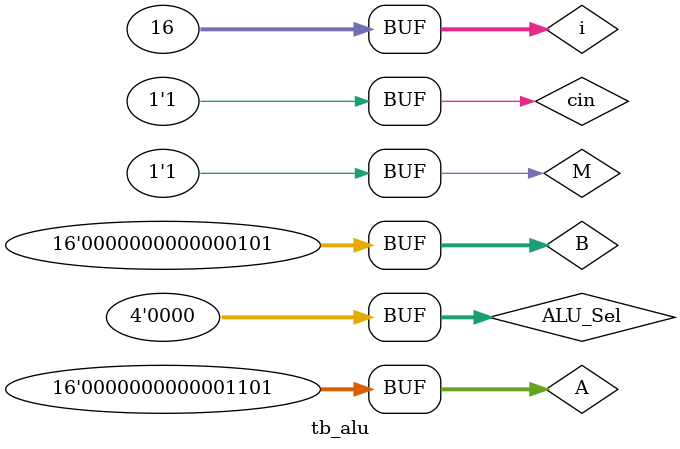
<source format=sv>
module tb_alu;
//Inputs
  reg[15:0] A,B;
  reg[3:0] ALU_Sel;
  reg M, cin;
  //outputs
  wire Cn4, equality_check,P,G;
  wire [15:0] F;
 // Verilog code for ALU
 integer i;
 alu_16BIT test_unit(
            A,B,  // ALU 8-bit Inputs                 
            ALU_Sel,// ALU Selection
   			M,cin,
   			Cn4,equality_check,P,G,F
     );
    initial begin
    // hold reset state for 100 ns.
      
      $dumpfile("test.vcd");
      $dumpvars;

      A = 16'b1101;
      B = 16'b0101;
      cin = 1;
      M = 1;
      ALU_Sel = 4'h0;
      $monitor("A = %b, B = %b, ALU_Select = %b, Cn = %b, M = %b, F = %b, eq_check = %b, cout = %b", A, B, ALU_Sel, cin, M, F, equality_check, Cn4);
      for (i=0;i<=15;i=i+1)
      begin
       ALU_Sel = ALU_Sel + 8'h01;
       M = ~M;
       #10;
      end
      
    end
endmodule

</source>
